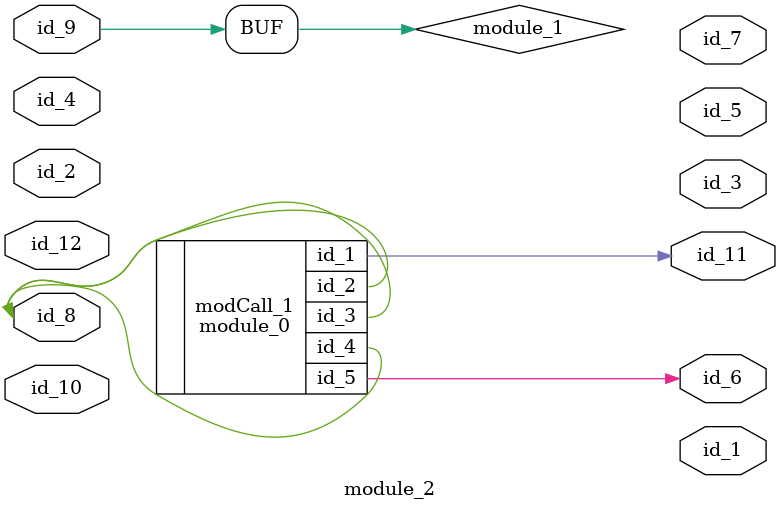
<source format=v>
module module_0 (
    id_1,
    id_2,
    id_3,
    id_4,
    id_5
);
  output wire id_5;
  inout wire id_4;
  output wire id_3;
  inout wire id_2;
  output wire id_1;
  wire id_6;
  wire id_7;
  wire id_8;
endmodule
module module_2 (
    id_1,
    id_2,
    id_3,
    id_4,
    id_5,
    id_6,
    id_7,
    id_8,
    id_9,
    id_10,
    id_11,
    id_12
);
  input wire id_12;
  output wire id_11;
  input wire id_10;
  input wire id_9;
  inout wire id_8;
  output wire id_7;
  output wire id_6;
  output wire id_5;
  input wire id_4;
  output wire id_3;
  input wire id_2;
  output wire id_1;
  assign module_1 = id_9;
  module_0 modCall_1 (
      id_11,
      id_8,
      id_8,
      id_8,
      id_6
  );
endmodule

</source>
